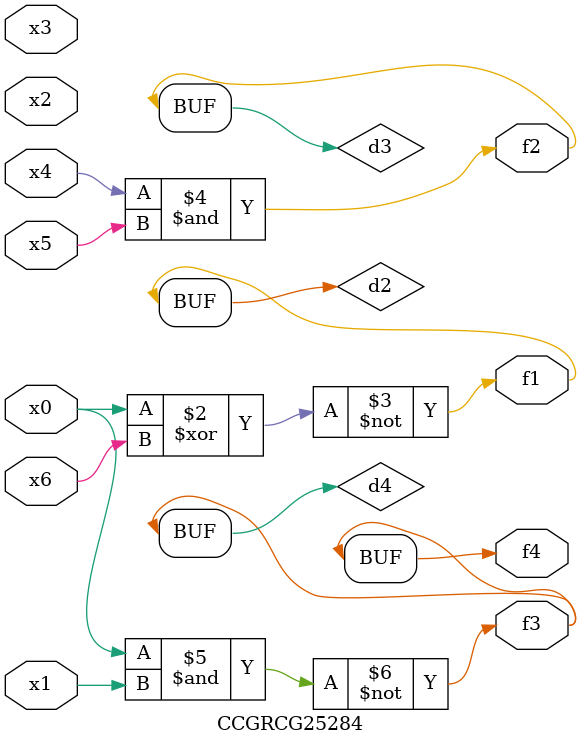
<source format=v>
module CCGRCG25284(
	input x0, x1, x2, x3, x4, x5, x6,
	output f1, f2, f3, f4
);

	wire d1, d2, d3, d4;

	nor (d1, x0);
	xnor (d2, x0, x6);
	and (d3, x4, x5);
	nand (d4, x0, x1);
	assign f1 = d2;
	assign f2 = d3;
	assign f3 = d4;
	assign f4 = d4;
endmodule

</source>
